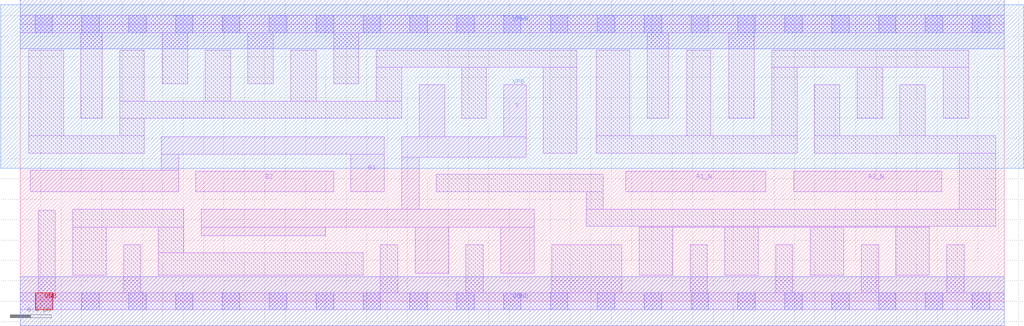
<source format=lef>
# Copyright 2020 The SkyWater PDK Authors
#
# Licensed under the Apache License, Version 2.0 (the "License");
# you may not use this file except in compliance with the License.
# You may obtain a copy of the License at
#
#     https://www.apache.org/licenses/LICENSE-2.0
#
# Unless required by applicable law or agreed to in writing, software
# distributed under the License is distributed on an "AS IS" BASIS,
# WITHOUT WARRANTIES OR CONDITIONS OF ANY KIND, either express or implied.
# See the License for the specific language governing permissions and
# limitations under the License.
#
# SPDX-License-Identifier: Apache-2.0

VERSION 5.7 ;
  NOWIREEXTENSIONATPIN ON ;
  DIVIDERCHAR "/" ;
  BUSBITCHARS "[]" ;
MACRO sky130_fd_sc_hd__a2bb2oi_4
  CLASS CORE ;
  FOREIGN sky130_fd_sc_hd__a2bb2oi_4 ;
  ORIGIN  0.000000  0.000000 ;
  SIZE  9.660000 BY  2.720000 ;
  SYMMETRY X Y R90 ;
  SITE unithd ;
  PIN A1_N
    ANTENNAGATEAREA  0.990000 ;
    DIRECTION INPUT ;
    USE SIGNAL ;
    PORT
      LAYER li1 ;
        RECT 5.945000 1.075000 7.320000 1.275000 ;
    END
  END A1_N
  PIN A2_N
    ANTENNAGATEAREA  0.990000 ;
    DIRECTION INPUT ;
    USE SIGNAL ;
    PORT
      LAYER li1 ;
        RECT 7.595000 1.075000 9.045000 1.275000 ;
    END
  END A2_N
  PIN B1
    ANTENNAGATEAREA  0.990000 ;
    DIRECTION INPUT ;
    USE SIGNAL ;
    PORT
      LAYER li1 ;
        RECT 0.100000 1.075000 1.555000 1.285000 ;
        RECT 1.385000 1.285000 1.555000 1.445000 ;
        RECT 1.385000 1.445000 3.575000 1.615000 ;
        RECT 3.245000 1.075000 3.575000 1.445000 ;
    END
  END B1
  PIN B2
    ANTENNAGATEAREA  0.990000 ;
    DIRECTION INPUT ;
    USE SIGNAL ;
    PORT
      LAYER li1 ;
        RECT 1.725000 1.075000 3.075000 1.275000 ;
    END
  END B2
  PIN Y
    ANTENNADIFFAREA  1.242000 ;
    DIRECTION OUTPUT ;
    USE SIGNAL ;
    PORT
      LAYER li1 ;
        RECT 1.775000 0.645000 2.995000 0.725000 ;
        RECT 1.775000 0.725000 5.045000 0.905000 ;
        RECT 3.745000 0.905000 3.915000 1.415000 ;
        RECT 3.745000 1.415000 4.965000 1.615000 ;
        RECT 3.875000 0.275000 4.205000 0.725000 ;
        RECT 3.915000 1.615000 4.165000 2.125000 ;
        RECT 4.715000 0.275000 5.045000 0.725000 ;
        RECT 4.745000 1.615000 4.965000 2.125000 ;
    END
  END Y
  PIN VGND
    DIRECTION INOUT ;
    SHAPE ABUTMENT ;
    USE GROUND ;
    PORT
      LAYER met1 ;
        RECT 0.000000 -0.240000 9.660000 0.240000 ;
    END
  END VGND
  PIN VNB
    DIRECTION INOUT ;
    USE GROUND ;
    PORT
      LAYER pwell ;
        RECT 0.150000 -0.085000 0.320000 0.085000 ;
    END
  END VNB
  PIN VPB
    DIRECTION INOUT ;
    USE POWER ;
    PORT
      LAYER nwell ;
        RECT -0.190000 1.305000 9.850000 2.910000 ;
    END
  END VPB
  PIN VPWR
    DIRECTION INOUT ;
    SHAPE ABUTMENT ;
    USE POWER ;
    PORT
      LAYER met1 ;
        RECT 0.000000 2.480000 9.660000 2.960000 ;
    END
  END VPWR
  OBS
    LAYER li1 ;
      RECT 0.000000 -0.085000 9.660000 0.085000 ;
      RECT 0.000000  2.635000 9.660000 2.805000 ;
      RECT 0.085000  1.455000 1.215000 1.625000 ;
      RECT 0.085000  1.625000 0.425000 2.465000 ;
      RECT 0.175000  0.085000 0.345000 0.895000 ;
      RECT 0.515000  0.255000 0.845000 0.725000 ;
      RECT 0.515000  0.725000 1.605000 0.905000 ;
      RECT 0.595000  1.795000 0.805000 2.635000 ;
      RECT 0.975000  1.625000 1.215000 1.795000 ;
      RECT 0.975000  1.795000 3.745000 1.965000 ;
      RECT 0.975000  1.965000 1.215000 2.465000 ;
      RECT 1.015000  0.085000 1.185000 0.555000 ;
      RECT 1.355000  0.255000 3.365000 0.475000 ;
      RECT 1.355000  0.475000 1.605000 0.725000 ;
      RECT 1.395000  2.135000 1.645000 2.635000 ;
      RECT 1.815000  1.965000 2.065000 2.465000 ;
      RECT 2.235000  2.135000 2.485000 2.635000 ;
      RECT 2.655000  1.965000 2.905000 2.465000 ;
      RECT 3.075000  2.135000 3.325000 2.635000 ;
      RECT 3.495000  1.965000 3.745000 2.295000 ;
      RECT 3.495000  2.295000 5.465000 2.465000 ;
      RECT 3.535000  0.085000 3.705000 0.555000 ;
      RECT 4.085000  1.075000 5.725000 1.245000 ;
      RECT 4.335000  1.795000 4.575000 2.295000 ;
      RECT 4.375000  0.085000 4.545000 0.555000 ;
      RECT 5.135000  1.455000 5.465000 2.295000 ;
      RECT 5.215000  0.085000 5.905000 0.555000 ;
      RECT 5.555000  0.735000 9.575000 0.905000 ;
      RECT 5.555000  0.905000 5.725000 1.075000 ;
      RECT 5.655000  1.455000 7.625000 1.625000 ;
      RECT 5.655000  1.625000 5.985000 2.465000 ;
      RECT 6.075000  0.255000 6.405000 0.725000 ;
      RECT 6.075000  0.725000 8.925000 0.735000 ;
      RECT 6.155000  1.795000 6.365000 2.635000 ;
      RECT 6.540000  1.625000 6.780000 2.465000 ;
      RECT 6.575000  0.085000 6.745000 0.555000 ;
      RECT 6.915000  0.255000 7.245000 0.725000 ;
      RECT 6.955000  1.795000 7.205000 2.635000 ;
      RECT 7.375000  1.625000 7.625000 2.295000 ;
      RECT 7.375000  2.295000 9.310000 2.465000 ;
      RECT 7.415000  0.085000 7.585000 0.555000 ;
      RECT 7.755000  0.255000 8.085000 0.725000 ;
      RECT 7.795000  1.455000 9.575000 1.625000 ;
      RECT 7.795000  1.625000 8.045000 2.125000 ;
      RECT 8.215000  1.795000 8.465000 2.295000 ;
      RECT 8.255000  0.085000 8.425000 0.555000 ;
      RECT 8.595000  0.255000 8.925000 0.725000 ;
      RECT 8.635000  1.625000 8.885000 2.125000 ;
      RECT 9.060000  1.795000 9.310000 2.295000 ;
      RECT 9.095000  0.085000 9.265000 0.555000 ;
      RECT 9.215000  0.905000 9.575000 1.455000 ;
    LAYER mcon ;
      RECT 0.145000 -0.085000 0.315000 0.085000 ;
      RECT 0.145000  2.635000 0.315000 2.805000 ;
      RECT 0.605000 -0.085000 0.775000 0.085000 ;
      RECT 0.605000  2.635000 0.775000 2.805000 ;
      RECT 1.065000 -0.085000 1.235000 0.085000 ;
      RECT 1.065000  2.635000 1.235000 2.805000 ;
      RECT 1.525000 -0.085000 1.695000 0.085000 ;
      RECT 1.525000  2.635000 1.695000 2.805000 ;
      RECT 1.985000 -0.085000 2.155000 0.085000 ;
      RECT 1.985000  2.635000 2.155000 2.805000 ;
      RECT 2.445000 -0.085000 2.615000 0.085000 ;
      RECT 2.445000  2.635000 2.615000 2.805000 ;
      RECT 2.905000 -0.085000 3.075000 0.085000 ;
      RECT 2.905000  2.635000 3.075000 2.805000 ;
      RECT 3.365000 -0.085000 3.535000 0.085000 ;
      RECT 3.365000  2.635000 3.535000 2.805000 ;
      RECT 3.825000 -0.085000 3.995000 0.085000 ;
      RECT 3.825000  2.635000 3.995000 2.805000 ;
      RECT 4.285000 -0.085000 4.455000 0.085000 ;
      RECT 4.285000  2.635000 4.455000 2.805000 ;
      RECT 4.745000 -0.085000 4.915000 0.085000 ;
      RECT 4.745000  2.635000 4.915000 2.805000 ;
      RECT 5.205000 -0.085000 5.375000 0.085000 ;
      RECT 5.205000  2.635000 5.375000 2.805000 ;
      RECT 5.665000 -0.085000 5.835000 0.085000 ;
      RECT 5.665000  2.635000 5.835000 2.805000 ;
      RECT 6.125000 -0.085000 6.295000 0.085000 ;
      RECT 6.125000  2.635000 6.295000 2.805000 ;
      RECT 6.585000 -0.085000 6.755000 0.085000 ;
      RECT 6.585000  2.635000 6.755000 2.805000 ;
      RECT 7.045000 -0.085000 7.215000 0.085000 ;
      RECT 7.045000  2.635000 7.215000 2.805000 ;
      RECT 7.505000 -0.085000 7.675000 0.085000 ;
      RECT 7.505000  2.635000 7.675000 2.805000 ;
      RECT 7.965000 -0.085000 8.135000 0.085000 ;
      RECT 7.965000  2.635000 8.135000 2.805000 ;
      RECT 8.425000 -0.085000 8.595000 0.085000 ;
      RECT 8.425000  2.635000 8.595000 2.805000 ;
      RECT 8.885000 -0.085000 9.055000 0.085000 ;
      RECT 8.885000  2.635000 9.055000 2.805000 ;
      RECT 9.345000 -0.085000 9.515000 0.085000 ;
      RECT 9.345000  2.635000 9.515000 2.805000 ;
  END
END sky130_fd_sc_hd__a2bb2oi_4
END LIBRARY

</source>
